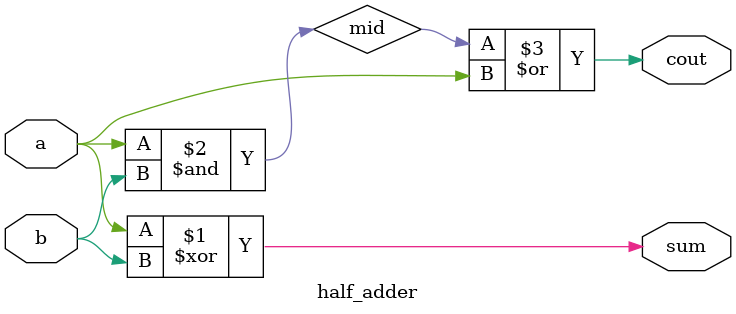
<source format=v>
module half_adder( 
input a, b,
output cout, sum );
wire mid;
xor(sum, a, b);
and(mid, a, b);
or(cout, mid, a);
endmodule

</source>
